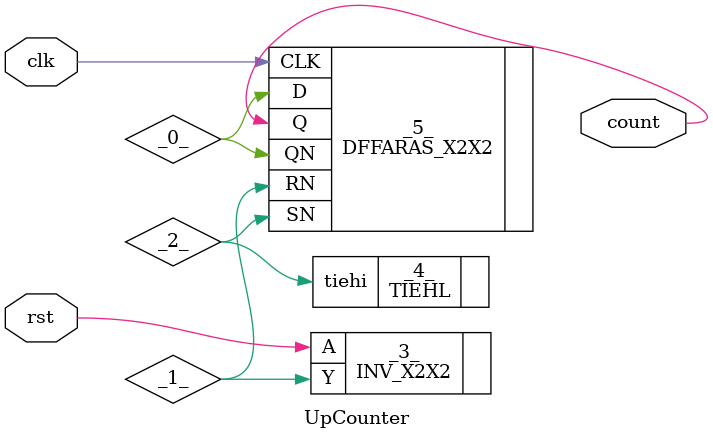
<source format=v>
/* Generated by Yosys 0.7 (git sha1 UNKNOWN, clang 3.4.2 -fPIC -Os) */

(* src = "UpCounter.v:1" *)
module UpCounter(clk, rst, count);
  (* src = "UpCounter.v:3" *)
  wire _0_;
  wire _1_;
  wire _2_;
  (* src = "UpCounter.v:1" *)
  input clk;
  (* src = "UpCounter.v:1" *)
  output count;
  (* src = "UpCounter.v:1" *)
  input rst;
  INV_X2X2 _3_ (
    .A(rst),
    .Y(_1_)
  );
  TIEHL _4_ (
    .tiehi(_2_)
  );
  DFFARAS_X2X2 _5_ (
    .CLK(clk),
    .D(_0_),
    .Q(count),
    .QN(_0_),
    .RN(_1_),
    .SN(_2_)
  );
endmodule

</source>
